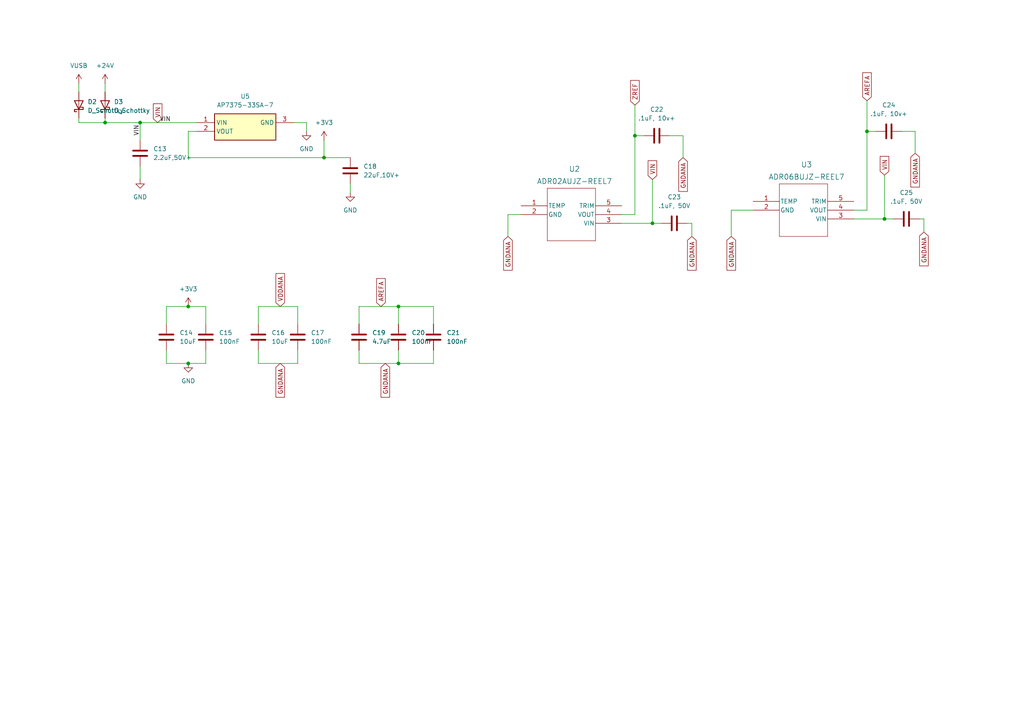
<source format=kicad_sch>
(kicad_sch (version 20231120) (generator "eeschema") (generator_version "8.0")
  (paper "A4")
  (lib_symbols
    (symbol "ADR02AUJZ_REEL7:ADR02AUJZ-REEL7" (pin_names (offset 0.254))
      (property "Reference" "U1" (at 15.494 10.668 0))
      (property "Value" "ADR02AUJZ-REEL7" (at 15.494 7.112 0))
      (symbol "ADR02AUJZ-REEL7_0_1"
        (polyline (pts (xy 7.62 -10.16) (xy 21.59 -10.16)) (stroke (width 0.127)))
        (polyline (pts (xy 7.62 5.08) (xy 7.62 -10.16)) (stroke (width 0.127)))
        (polyline (pts (xy 21.59 -10.16) (xy 21.59 5.08)) (stroke (width 0.127)))
        (polyline (pts (xy 21.59 5.08) (xy 7.62 5.08)) (stroke (width 0.127)))
        (pin unspecified line (at 0 0 0) (length 7.62) (name "TEMP") (number "1"))
        (pin unspecified line (at 0 -2.54 0) (length 7.62) (name "GND") (number "2"))
        (pin unspecified line (at 29.21 -5.08 180) (length 7.62) (name "VIN") (number "3"))
        (pin unspecified line (at 29.21 -2.54 180) (length 7.62) (name "VOUT") (number "4"))
        (pin unspecified line (at 29.21 0 180) (length 7.62) (name "TRIM") (number "5"))
      )
    )
    (symbol "AP7375-33SA-7:AP7375-33SA-7"
      (property "Reference" "IC" (at 24.13 7.62 0))
      (property "Value" "AP7375-33SA-7" (at 24.13 5.08 0))
      (symbol "AP7375-33SA-7_1_1"
        (rectangle (start 5.08 2.54) (end 22.86 -5.08) (stroke (width 0.254)) (fill (type background)))
        (pin passive line (at 0 0 0) (length 5.08) (name "VIN") (number "1"))
        (pin passive line (at 0 -2.54 0) (length 5.08) (name "VOUT") (number "2"))
        (pin passive line (at 27.94 0 180) (length 5.08) (name "GND") (number "3"))
      )
    )
    (symbol "Device:C" (pin_numbers hide) (pin_names (offset 0.254))
      (property "Reference" "C" (at 0.635 2.54 0))
      (property "Value" "C" (at 0.635 -2.54 0))
      (symbol "C_0_1"
        (polyline (pts (xy -2.032 -0.762) (xy 2.032 -0.762)) (stroke (width 0.508)))
        (polyline (pts (xy -2.032 0.762) (xy 2.032 0.762)) (stroke (width 0.508)))
      )
      (symbol "C_1_1"
        (pin passive line (at 0 3.81 270) (length 2.794) (name "~") (number "1"))
        (pin passive line (at 0 -3.81 90) (length 2.794) (name "~") (number "2"))
      )
    )
    (symbol "Device:D_Schottky" (pin_numbers hide) (pin_names (offset 1.016) hide)
      (property "Reference" "D" (at 0 2.54 0))
      (property "Value" "D_Schottky" (at 0 -2.54 0))
      (symbol "D_Schottky_0_1"
        (polyline (pts (xy 1.27 0) (xy -1.27 0)))
        (polyline (pts (xy 1.27 1.27) (xy 1.27 -1.27) (xy -1.27 0) (xy 1.27 1.27)) (stroke (width 0.254)))
        (polyline (pts (xy -1.905 0.635) (xy -1.905 1.27) (xy -1.27 1.27) (xy -1.27 -1.27) (xy -0.635 -1.27) (xy -0.635 -0.635)) (stroke (width 0.254)))
      )
      (symbol "D_Schottky_1_1"
        (pin passive line (at -3.81 0 0) (length 2.54) (name "K") (number "1"))
        (pin passive line (at 3.81 0 180) (length 2.54) (name "A") (number "2"))
      )
    )
    (symbol "power:+24V" (power) (pin_numbers hide) (pin_names (offset 0) hide)
      (property "Value" "+24V" (at 0 3.556 0))
      (symbol "+24V_0_1"
        (polyline (pts (xy -0.762 1.27) (xy 0 2.54)))
        (polyline (pts (xy 0 0) (xy 0 2.54)))
        (polyline (pts (xy 0 2.54) (xy 0.762 1.27)))
      )
      (symbol "+24V_1_1"
        (pin power_in line (at 0 0 90) (length 0) (name "~") (number "1"))
      )
    )
    (symbol "power:+3V3" (power) (pin_numbers hide) (pin_names (offset 0) hide)
      (property "Value" "+3V3" (at 0 3.556 0))
      (symbol "+3V3_0_1"
        (polyline (pts (xy -0.762 1.27) (xy 0 2.54)))
        (polyline (pts (xy 0 0) (xy 0 2.54)))
        (polyline (pts (xy 0 2.54) (xy 0.762 1.27)))
      )
      (symbol "+3V3_1_1"
        (pin power_in line (at 0 0 90) (length 0) (name "~") (number "1"))
      )
    )
    (symbol "power:GND" (power) (pin_numbers hide) (pin_names (offset 0) hide)
      (property "Value" "GND" (at 0 -3.81 0))
      (symbol "GND_0_1"
        (polyline (pts (xy 0 0) (xy 0 -1.27) (xy 1.27 -1.27) (xy 0 -2.54) (xy -1.27 -1.27) (xy 0 -1.27)))
      )
      (symbol "GND_1_1"
        (pin power_in line (at 0 0 270) (length 0) (name "~") (number "1"))
      )
    )
  )
  (junction (at 93.98 45.72))
  (junction (at 54.61 88.9))
  (junction (at 30.48 35.56))
  (junction (at 251.46 38.1))
  (junction (at 40.64 35.56))
  (junction (at 54.61 105.41))
  (junction (at 115.57 105.41))
  (junction (at 189.23 64.77))
  (junction (at 115.57 88.9))
  (junction (at 184.15 39.37))
  (junction (at 256.54 63.5))
  (wire (pts (xy 104.14 101.6) (xy 104.14 105.41)))
  (wire (pts (xy 74.93 93.98) (xy 74.93 88.9)))
  (wire (pts (xy 48.26 101.6) (xy 48.26 105.41)))
  (wire (pts (xy 251.46 38.1) (xy 254 38.1)))
  (wire (pts (xy 247.65 63.5) (xy 256.54 63.5)))
  (wire (pts (xy 54.61 105.41) (xy 59.69 105.41)))
  (wire (pts (xy 125.73 101.6) (xy 125.73 105.41)))
  (wire (pts (xy 151.13 62.23) (xy 147.32 62.23)))
  (wire (pts (xy 189.23 64.77) (xy 191.77 64.77)))
  (wire (pts (xy 251.46 38.1) (xy 251.46 60.96)))
  (wire (pts (xy 184.15 39.37) (xy 184.15 62.23)))
  (wire (pts (xy 48.26 93.98) (xy 48.26 88.9)))
  (wire (pts (xy 104.14 105.41) (xy 115.57 105.41)))
  (wire (pts (xy 40.64 35.56) (xy 57.15 35.56)))
  (wire (pts (xy 86.36 88.9) (xy 86.36 93.98)))
  (wire (pts (xy 125.73 105.41) (xy 115.57 105.41)))
  (wire (pts (xy 22.86 24.13) (xy 22.86 26.67)))
  (wire (pts (xy 267.97 63.5) (xy 267.97 67.31)))
  (wire (pts (xy 93.98 40.64) (xy 93.98 45.72)))
  (wire (pts (xy 101.6 53.34) (xy 101.6 55.88)))
  (wire (pts (xy 48.26 105.41) (xy 54.61 105.41)))
  (wire (pts (xy 200.66 64.77) (xy 200.66 68.58)))
  (wire (pts (xy 125.73 88.9) (xy 125.73 93.98)))
  (wire (pts (xy 74.93 105.41) (xy 86.36 105.41)))
  (wire (pts (xy 115.57 101.6) (xy 115.57 105.41)))
  (wire (pts (xy 74.93 101.6) (xy 74.93 105.41)))
  (wire (pts (xy 189.23 52.07) (xy 189.23 64.77)))
  (wire (pts (xy 93.98 45.72) (xy 101.6 45.72)))
  (wire (pts (xy 74.93 88.9) (xy 86.36 88.9)))
  (wire (pts (xy 30.48 34.29) (xy 30.48 35.56)))
  (wire (pts (xy 22.86 35.56) (xy 30.48 35.56)))
  (wire (pts (xy 57.15 38.1) (xy 54.61 38.1)))
  (wire (pts (xy 22.86 34.29) (xy 22.86 35.56)))
  (wire (pts (xy 251.46 29.21) (xy 251.46 38.1)))
  (wire (pts (xy 198.12 39.37) (xy 198.12 45.72)))
  (wire (pts (xy 59.69 101.6) (xy 59.69 105.41)))
  (wire (pts (xy 261.62 38.1) (xy 265.43 38.1)))
  (wire (pts (xy 59.69 88.9) (xy 59.69 93.98)))
  (wire (pts (xy 54.61 45.72) (xy 93.98 45.72)))
  (wire (pts (xy 147.32 62.23) (xy 147.32 68.58)))
  (wire (pts (xy 104.14 93.98) (xy 104.14 88.9)))
  (wire (pts (xy 180.34 62.23) (xy 184.15 62.23)))
  (wire (pts (xy 30.48 24.13) (xy 30.48 26.67)))
  (wire (pts (xy 184.15 30.48) (xy 184.15 39.37)))
  (wire (pts (xy 247.65 60.96) (xy 251.46 60.96)))
  (wire (pts (xy 265.43 38.1) (xy 265.43 44.45)))
  (wire (pts (xy 212.09 68.58) (xy 212.09 60.96)))
  (wire (pts (xy 256.54 50.8) (xy 256.54 63.5)))
  (wire (pts (xy 48.26 88.9) (xy 54.61 88.9)))
  (wire (pts (xy 256.54 63.5) (xy 259.08 63.5)))
  (wire (pts (xy 104.14 88.9) (xy 115.57 88.9)))
  (wire (pts (xy 86.36 101.6) (xy 86.36 105.41)))
  (wire (pts (xy 184.15 39.37) (xy 186.69 39.37)))
  (wire (pts (xy 115.57 88.9) (xy 115.57 93.98)))
  (wire (pts (xy 40.64 40.64) (xy 40.64 35.56)))
  (wire (pts (xy 54.61 38.1) (xy 54.61 45.72)))
  (wire (pts (xy 30.48 35.56) (xy 40.64 35.56)))
  (wire (pts (xy 180.34 64.77) (xy 189.23 64.77)))
  (wire (pts (xy 85.09 35.56) (xy 88.9 35.56)))
  (wire (pts (xy 266.7 63.5) (xy 267.97 63.5)))
  (wire (pts (xy 212.09 60.96) (xy 218.44 60.96)))
  (wire (pts (xy 88.9 35.56) (xy 88.9 38.1)))
  (wire (pts (xy 40.64 48.26) (xy 40.64 52.07)))
  (wire (pts (xy 199.39 64.77) (xy 200.66 64.77)))
  (wire (pts (xy 194.31 39.37) (xy 198.12 39.37)))
  (wire (pts (xy 115.57 88.9) (xy 125.73 88.9)))
  (wire (pts (xy 54.61 88.9) (xy 59.69 88.9)))
  (label "VIN" (at 40.64 39.37 90))
  (label "VIN" (at 49.53 35.56 180))
  (global_label "AREFA" (shape input) (at 110.49 88.9 90) (property "Intersheetrefs" "${INTERSHEET_REFS}" (effects (hide yes))))
  (global_label "VIN" (shape input) (at 45.72 35.56 90) (property "Intersheetrefs" "${INTERSHEET_REFS}" (effects (hide yes))))
  (global_label "GNDANA" (shape input) (at 267.97 67.31 270) (property "Intersheetrefs" "${INTERSHEET_REFS}" (effects (hide yes))))
  (global_label "GNDANA" (shape input) (at 198.12 45.72 270) (property "Intersheetrefs" "${INTERSHEET_REFS}" (effects (hide yes))))
  (global_label "GNDANA" (shape input) (at 200.66 68.58 270) (property "Intersheetrefs" "${INTERSHEET_REFS}" (effects (hide yes))))
  (global_label "VIN" (shape input) (at 189.23 52.07 90) (property "Intersheetrefs" "${INTERSHEET_REFS}" (effects (hide yes))))
  (global_label "VDDANA" (shape input) (at 81.28 88.9 90) (property "Intersheetrefs" "${INTERSHEET_REFS}" (effects (hide yes))))
  (global_label "GNDANA" (shape input) (at 212.09 68.58 270) (property "Intersheetrefs" "${INTERSHEET_REFS}" (effects (hide yes))))
  (global_label "GNDANA" (shape input) (at 265.43 44.45 270) (property "Intersheetrefs" "${INTERSHEET_REFS}" (effects (hide yes))))
  (global_label "VIN" (shape input) (at 256.54 50.8 90) (property "Intersheetrefs" "${INTERSHEET_REFS}" (effects (hide yes))))
  (global_label "GNDANA" (shape input) (at 111.76 105.41 270) (property "Intersheetrefs" "${INTERSHEET_REFS}" (effects (hide yes))))
  (global_label "ZREF" (shape input) (at 184.15 30.48 90) (property "Intersheetrefs" "${INTERSHEET_REFS}" (effects (hide yes))))
  (global_label "AREFA" (shape input) (at 251.46 29.21 90) (property "Intersheetrefs" "${INTERSHEET_REFS}" (effects (hide yes))))
  (global_label "GNDANA" (shape input) (at 81.28 105.41 270) (property "Intersheetrefs" "${INTERSHEET_REFS}" (effects (hide yes))))
  (global_label "GNDANA" (shape input) (at 147.32 68.58 270) (property "Intersheetrefs" "${INTERSHEET_REFS}" (effects (hide yes))))
  (symbol (lib_id "power:GND") (at 40.64 52.07 0) (unit 1)
    (property "Reference" "#PWR029" (effects (hide yes)))
    (property "Value" "GND" (at 40.64 57.15 0))
    (property "Description" "Power symbol creates a global label with name \"GND\" , ground" (effects (hide yes)))
  )
  (symbol (lib_id "Device:C") (at 125.73 97.79 0) (unit 1)
    (property "Reference" "C21" (at 129.54 96.5199 0) (effects (justify left)))
    (property "Value" "100nF" (at 129.54 99.0599 0) (effects (justify left)))
    (property "Footprint" "Capacitor_SMD:C_0402_1005Metric" (effects (hide yes)))
    (property "Description" "Unpolarized capacitor" (effects (hide yes)))
    (property "Part Number" "CL05C010CB5NNNC" (effects (hide yes)))
    (property "URL" "https://www.digikey.com/en/products/detail/samsung-electro-mechanics/CL05C010CB5NNNC/3887253" (effects (hide yes)))
  )
  (symbol (lib_id "Device:C") (at 115.57 97.79 0) (unit 1)
    (property "Reference" "C20" (at 119.38 96.5199 0) (effects (justify left)))
    (property "Value" "100nF" (at 119.38 99.0599 0) (effects (justify left)))
    (property "Footprint" "Capacitor_SMD:C_0402_1005Metric" (effects (hide yes)))
    (property "Description" "Unpolarized capacitor" (effects (hide yes)))
    (property "Part Number" "CL05C010CB5NNNC" (effects (hide yes)))
    (property "URL" "https://www.digikey.com/en/products/detail/samsung-electro-mechanics/CL05C010CB5NNNC/3887253" (effects (hide yes)))
  )
  (symbol (lib_id "Device:C") (at 101.6 49.53 180) (unit 1)
    (property "Reference" "C18" (at 105.41 48.2599 0) (effects (justify right)))
    (property "Value" "22uF,10V+" (at 105.41 50.7999 0) (effects (justify right)))
    (property "Footprint" "Capacitor_SMD:C_0402_1005Metric" (effects (hide yes)))
    (property "Description" "Unpolarized capacitor" (effects (hide yes)))
    (property "Part Number" "GRM158R61A226ME15D" (effects (hide yes)))
    (property "URL" "https://www.digikey.com/en/products/detail/murata-electronics/GRM158R61A226ME15D/16033379" (effects (hide yes)))
  )
  (symbol (lib_id "Device:C") (at 59.69 97.79 0) (unit 1)
    (property "Reference" "C15" (at 63.5 96.5199 0) (effects (justify left)))
    (property "Value" "100nF" (at 63.5 99.0599 0) (effects (justify left)))
    (property "Footprint" "Capacitor_SMD:C_0402_1005Metric" (effects (hide yes)))
    (property "Description" "Unpolarized capacitor" (effects (hide yes)))
    (property "Part Number" "CL05C010CB5NNNC" (effects (hide yes)))
    (property "URL" "https://www.digikey.com/en/products/detail/samsung-electro-mechanics/CL05C010CB5NNNC/3887253" (effects (hide yes)))
  )
  (symbol (lib_id "Device:C") (at 195.58 64.77 270) (unit 1)
    (property "Reference" "C23" (at 195.58 57.15 90))
    (property "Value" ".1uF, 50V" (at 195.58 59.69 90))
    (property "Footprint" "Capacitor_SMD:C_0805_2012Metric" (effects (hide yes)))
    (property "Description" "Unpolarized capacitor" (effects (hide yes)))
    (property "Part Number" "C2012X7R2A225K125AC" (effects (hide yes)))
    (property "URL" "https://www.digikey.com/en/products/detail/tdk-corporation/C2012X7R2A225K125AC/20482638" (effects (hide yes)))
  )
  (symbol (lib_id "AP7375-33SA-7:AP7375-33SA-7") (at 57.15 35.56 0) (unit 1)
    (property "Reference" "U5" (at 71.12 27.94 0))
    (property "Value" "AP7375-33SA-7" (at 71.12 30.48 0))
    (property "Footprint" "AP7375-33SA-7:SOT96P240X110-3N" (effects (hide yes)))
    (property "Datasheet" "https://www.diodes.com/assets/Datasheets/AP7375.pdf" (effects (hide yes)))
    (property "Description" "LDO Voltage Regulators LDO CMOS LowCurr SOT23 T&R 3K" (effects (hide yes)))
    (property "Part Number" "AP7375-33SA-7" (effects (hide yes)))
    (property "URL" "https://www.digikey.com/en/products/detail/diodes-incorporated/AP7375-33SA-7/16400213?s=N4IgTCBcDaIIIAUDsBmJBWAtClBlOmSIAugL5A" (effects (hide yes)))
  )
  (symbol (lib_id "Device:C") (at 74.93 97.79 0) (unit 1)
    (property "Reference" "C16" (at 78.74 96.5199 0) (effects (justify left)))
    (property "Value" "10uF" (at 78.74 99.0599 0) (effects (justify left)))
    (property "Footprint" "Capacitor_SMD:C_0402_1005Metric" (effects (hide yes)))
    (property "Description" "Unpolarized capacitor" (effects (hide yes)))
    (property "Part Number" "CL05C010CB5NNNC" (effects (hide yes)))
    (property "URL" "https://www.digikey.com/en/products/detail/samsung-electro-mechanics/CL05C010CB5NNNC/3887253" (effects (hide yes)))
  )
  (symbol (lib_id "power:+24V") (at 22.86 24.13 0) (unit 1)
    (property "Reference" "#PWR027" (effects (hide yes)))
    (property "Value" "VUSB" (at 22.86 19.05 0))
    (property "Description" "Power symbol creates a global label with name \"VUSB\"" (effects (hide yes)))
  )
  (symbol (lib_id "Device:C") (at 104.14 97.79 0) (unit 1)
    (property "Reference" "C19" (at 107.95 96.5199 0) (effects (justify left)))
    (property "Value" "4.7uF" (at 107.95 99.0599 0) (effects (justify left)))
    (property "Footprint" "Capacitor_SMD:C_0402_1005Metric" (effects (hide yes)))
    (property "Description" "Unpolarized capacitor" (effects (hide yes)))
    (property "Part Number" "CL05C010CB5NNNC" (effects (hide yes)))
    (property "URL" "https://www.digikey.com/en/products/detail/samsung-electro-mechanics/CL05C010CB5NNNC/3887253" (effects (hide yes)))
  )
  (symbol (lib_id "Device:C") (at 86.36 97.79 0) (unit 1)
    (property "Reference" "C17" (at 90.17 96.5199 0) (effects (justify left)))
    (property "Value" "100nF" (at 90.17 99.0599 0) (effects (justify left)))
    (property "Footprint" "Capacitor_SMD:C_0402_1005Metric" (effects (hide yes)))
    (property "Description" "Unpolarized capacitor" (effects (hide yes)))
    (property "Part Number" "CL05C010CB5NNNC" (effects (hide yes)))
    (property "URL" "https://www.digikey.com/en/products/detail/samsung-electro-mechanics/CL05C010CB5NNNC/3887253" (effects (hide yes)))
  )
  (symbol (lib_id "Device:C") (at 40.64 44.45 180) (unit 1)
    (property "Reference" "C13" (at 44.45 43.1799 0) (effects (justify right)))
    (property "Value" "2.2uF,50V+" (at 44.45 45.7199 0) (effects (justify right)))
    (property "Footprint" "Capacitor_SMD:C_0805_2012Metric" (effects (hide yes)))
    (property "Description" "Unpolarized capacitor" (effects (hide yes)))
    (property "Part Number" "C2012X7R2A225K125AC" (effects (hide yes)))
    (property "URL" "https://www.digikey.com/en/products/detail/tdk-corporation/C2012X7R2A225K125AC/20482638" (effects (hide yes)))
  )
  (symbol (lib_id "Device:C") (at 262.89 63.5 270) (unit 1)
    (property "Reference" "C25" (at 262.89 55.88 90))
    (property "Value" ".1uF, 50V" (at 262.89 58.42 90))
    (property "Footprint" "Capacitor_SMD:C_0805_2012Metric" (effects (hide yes)))
    (property "Description" "Unpolarized capacitor" (effects (hide yes)))
    (property "Part Number" "C2012X7R2A225K125AC" (effects (hide yes)))
    (property "URL" "https://www.digikey.com/en/products/detail/tdk-corporation/C2012X7R2A225K125AC/20482638" (effects (hide yes)))
  )
  (symbol (lib_id "power:GND") (at 54.61 105.41 0) (unit 1)
    (property "Reference" "#PWR031" (effects (hide yes)))
    (property "Value" "GND" (at 54.61 110.49 0))
    (property "Description" "Power symbol creates a global label with name \"GND\" , ground" (effects (hide yes)))
  )
  (symbol (lib_id "Device:C") (at 48.26 97.79 0) (unit 1)
    (property "Reference" "C14" (at 52.07 96.5199 0) (effects (justify left)))
    (property "Value" "10uF" (at 52.07 99.0599 0) (effects (justify left)))
    (property "Footprint" "Capacitor_SMD:C_0402_1005Metric" (effects (hide yes)))
    (property "Description" "Unpolarized capacitor" (effects (hide yes)))
    (property "Part Number" "CL05C010CB5NNNC" (effects (hide yes)))
    (property "URL" "https://www.digikey.com/en/products/detail/samsung-electro-mechanics/CL05C010CB5NNNC/3887253" (effects (hide yes)))
  )
  (symbol (lib_id "Device:C") (at 257.81 38.1 270) (unit 1)
    (property "Reference" "C24" (at 257.81 30.48 90))
    (property "Value" ".1uF, 10v+" (at 257.81 33.02 90))
    (property "Footprint" "Capacitor_SMD:C_0402_1005Metric" (effects (hide yes)))
    (property "Description" "Unpolarized capacitor" (effects (hide yes)))
    (property "Part Number" "GRM158R61A226ME15D" (effects (hide yes)))
    (property "URL" "https://www.digikey.com/en/products/detail/murata-electronics/GRM158R61A226ME15D/16033379" (effects (hide yes)))
  )
  (symbol (lib_id "power:GND") (at 101.6 55.88 0) (unit 1)
    (property "Reference" "#PWR034" (effects (hide yes)))
    (property "Value" "GND" (at 101.6 60.96 0))
    (property "Description" "Power symbol creates a global label with name \"GND\" , ground" (effects (hide yes)))
  )
  (symbol (lib_id "Device:D_Schottky") (at 30.48 30.48 90) (unit 1)
    (property "Reference" "D3" (at 33.02 29.5274 90) (effects (justify right)))
    (property "Value" "D_Schottky" (at 33.02 32.0674 90) (effects (justify right)))
    (property "Footprint" "Diode_SMD:D_1206_3216Metric" (effects (hide yes)))
    (property "Description" "Schottky diode" (effects (hide yes)))
    (property "Part Number" "SD1206S100S1R0" (effects (hide yes)))
    (property "URL" "https://www.digikey.com/en/products/detail/kyocera-avx/SD1206S100S1R0/3749503?s=N4IgjCBcpgbFoDGUBmBDANgZwKYBoQB7KAbRAA4BmAdjAgF0CAHAFyhAGUWAnASwDsA5iAC%2BBWAE4EIZJHTZ8RUiAAsABgmVNIAuokrKakIxCt2XPkNEEArNSPQZqTLgLFIZdWprljzNpCcPALCYiAATGq00rLyrkoeILBqAAQAajpJNumZ9jkE5KkZBBJFmWBqZQRgkfnglNnF4DZV4Ml1YHlNYIV1kWUmZoEAqvy8LADyKACyOGhYAK7cONYgALThMVA8C4ruZDaZUvRha1KOsjt7ygwiYZuJWIgAFoQsLADWAJ7GIkA" (effects (hide yes)))
  )
  (symbol (lib_id "power:+3V3") (at 54.61 88.9 0) (unit 1)
    (property "Reference" "#PWR030" (effects (hide yes)))
    (property "Value" "+3V3" (at 54.61 83.82 0))
    (property "Description" "Power symbol creates a global label with name \"+3V3\"" (effects (hide yes)))
  )
  (symbol (lib_id "Device:C") (at 190.5 39.37 270) (unit 1)
    (property "Reference" "C22" (at 190.5 31.75 90))
    (property "Value" ".1uF, 10v+" (at 190.5 34.29 90))
    (property "Footprint" "Capacitor_SMD:C_0402_1005Metric" (effects (hide yes)))
    (property "Description" "Unpolarized capacitor" (effects (hide yes)))
    (property "Part Number" "GRM158R61A226ME15D" (effects (hide yes)))
    (property "URL" "https://www.digikey.com/en/products/detail/murata-electronics/GRM158R61A226ME15D/16033379" (effects (hide yes)))
  )
  (symbol (lib_id "power:+3V3") (at 93.98 40.64 0) (unit 1)
    (property "Reference" "#PWR033" (effects (hide yes)))
    (property "Value" "+3V3" (at 93.98 35.56 0))
    (property "Description" "Power symbol creates a global label with name \"+3V3\"" (effects (hide yes)))
  )
  (symbol (lib_id "power:GND") (at 88.9 38.1 0) (unit 1)
    (property "Reference" "#PWR032" (effects (hide yes)))
    (property "Value" "GND" (at 88.9 43.18 0))
    (property "Description" "Power symbol creates a global label with name \"GND\" , ground" (effects (hide yes)))
  )
  (symbol (lib_id "power:+24V") (at 30.48 24.13 0) (unit 1)
    (property "Reference" "#PWR028" (effects (hide yes)))
    (property "Value" "+24V" (at 30.48 19.05 0))
    (property "Description" "Power symbol creates a global label with name \"+24V\"" (effects (hide yes)))
  )
  (symbol (lib_id "Device:D_Schottky") (at 22.86 30.48 90) (unit 1)
    (property "Reference" "D2" (at 25.4 29.5274 90) (effects (justify right)))
    (property "Value" "D_Schottky" (at 25.4 32.0674 90) (effects (justify right)))
    (property "Footprint" "Diode_SMD:D_1206_3216Metric" (effects (hide yes)))
    (property "Description" "Schottky diode" (effects (hide yes)))
    (property "Part Number" "SD1206S100S1R0" (effects (hide yes)))
    (property "URL" "https://www.digikey.com/en/products/detail/kyocera-avx/SD1206S100S1R0/3749503?s=N4IgjCBcpgbFoDGUBmBDANgZwKYBoQB7KAbRAA4BmAdjAgF0CAHAFyhAGUWAnASwDsA5iAC%2BBWAE4EIZJHTZ8RUiAAsABgmVNIAuokrKakIxCt2XPkNEEArNSPQZqTLgLFIZdWprljzNpCcPALCYiAATGq00rLyrkoeILBqAAQAajpJNumZ9jkE5KkZBBJFmWBqZQRgkfnglNnF4DZV4Ml1YHlNYIV1kWUmZoEAqvy8LADyKACyOGhYAK7cONYgALThMVA8C4ruZDaZUvRha1KOsjt7ygwiYZuJWIgAFoQsLADWAJ7GIkA" (effects (hide yes)))
  )
  (symbol (lib_id "ADR02AUJZ_REEL7:ADR02AUJZ-REEL7") (at 151.13 59.69 0) (unit 1)
    (property "Reference" "U2" (at 166.624 49.022 0) (effects (font (size 1.524 1.524))))
    (property "Value" "ADR02AUJZ-REEL7" (at 166.624 52.578 0) (effects (font (size 1.524 1.524))))
    (property "Footprint" "Package_TO_SOT_SMD:TSOT-23-5" (effects (hide yes)))
    (property "Datasheet" "ADR02AUJZ-REEL7" (effects (hide yes)))
    (property "Part Number" "ADR02AUJZ-REEL7" (effects (hide yes)))
    (property "URL" "https://www.digikey.com/en/products/detail/analog-devices-inc/ADR02AUJZ-REEL7/699443?s=N4IgTCBcDaIIIBEBKAGMcCqApAWiAugL5A" (effects (hide yes)))
  )
  (symbol (lib_id "ADR02AUJZ_REEL7:ADR02AUJZ-REEL7") (at 218.44 58.42 0) (unit 1)
    (property "Reference" "U3" (at 233.934 47.752 0) (effects (font (size 1.524 1.524))))
    (property "Value" "ADR06BUJZ-REEL7" (at 233.934 51.308 0) (effects (font (size 1.524 1.524))))
    (property "Footprint" "Package_TO_SOT_SMD:TSOT-23-5" (effects (hide yes)))
    (property "Datasheet" "ADR06BUJZ-REEL7" (effects (hide yes)))
    (property "Part Number" "ADR06BUJZ-REEL7" (effects (hide yes)))
    (property "URL" "https://www.digikey.com/en/products/detail/analog-devices-inc/ADR06BUJZ-REEL7/995932?s=N4IgjCBcpgbFoDGUBmBDANgZwKYBoQB7KAbRABYAGAVnICZyQBdAgBwBcoQBldgJwCWAOwDmIAL4FyEaCGSR02fEVIgAzOQDs5NRBYgOXXoNESCsAJwI5qTLgLFIZKhbWvmbTpB79hYyeB0mtbyivYqTiAMruTUHgZePib%2BBAxxsqF2yo7OlGBqmmrxht7GfmaBFjJItkoOqtKwatTB%2BiVJ5QFgmppWGbXhOVGUdLBBxYllpl2aABx0IQPZqnqeRr7TBGAWs301Cln1kZTMAQC01TYHdRFk1DSnBGeM-deDqrNgs48gZ%2Bn7YWWkQgqRAqR0p3E4iAA" (effects (hide yes)))
  )
)
</source>
